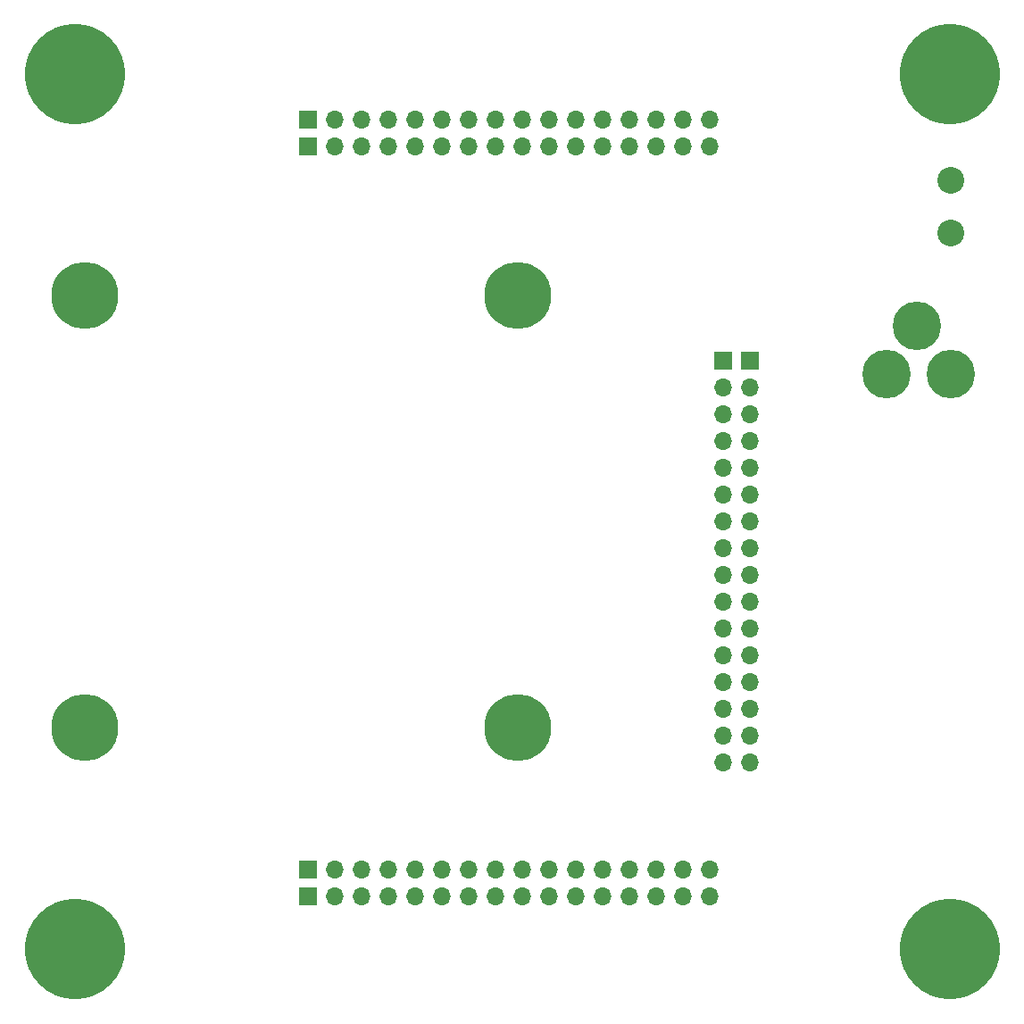
<source format=gbr>
G04 #@! TF.FileFunction,Soldermask,Bot*
%FSLAX46Y46*%
G04 Gerber Fmt 4.6, Leading zero omitted, Abs format (unit mm)*
G04 Created by KiCad (PCBNEW 4.0.1-stable) date 1/2/2017 4:04:01 PM*
%MOMM*%
G01*
G04 APERTURE LIST*
%ADD10C,0.150000*%
%ADD11C,9.525000*%
%ADD12C,6.350000*%
%ADD13R,1.700000X1.700000*%
%ADD14O,1.700000X1.700000*%
%ADD15C,4.600000*%
%ADD16C,2.540000*%
G04 APERTURE END LIST*
D10*
D11*
X16000000Y-16000000D03*
X99000000Y-16000000D03*
X16000000Y-99000000D03*
X99000000Y-99000000D03*
D12*
X17000000Y-37000000D03*
X58000000Y-37000000D03*
X17000000Y-78000000D03*
X58000000Y-78000000D03*
D13*
X38100000Y-22860000D03*
D14*
X40640000Y-22860000D03*
X43180000Y-22860000D03*
X45720000Y-22860000D03*
X48260000Y-22860000D03*
X50800000Y-22860000D03*
X53340000Y-22860000D03*
X55880000Y-22860000D03*
X58420000Y-22860000D03*
X60960000Y-22860000D03*
X63500000Y-22860000D03*
X66040000Y-22860000D03*
X68580000Y-22860000D03*
X71120000Y-22860000D03*
X73660000Y-22860000D03*
X76200000Y-22860000D03*
D13*
X38100000Y-20320000D03*
D14*
X40640000Y-20320000D03*
X43180000Y-20320000D03*
X45720000Y-20320000D03*
X48260000Y-20320000D03*
X50800000Y-20320000D03*
X53340000Y-20320000D03*
X55880000Y-20320000D03*
X58420000Y-20320000D03*
X60960000Y-20320000D03*
X63500000Y-20320000D03*
X66040000Y-20320000D03*
X68580000Y-20320000D03*
X71120000Y-20320000D03*
X73660000Y-20320000D03*
X76200000Y-20320000D03*
D13*
X38100000Y-91440000D03*
D14*
X40640000Y-91440000D03*
X43180000Y-91440000D03*
X45720000Y-91440000D03*
X48260000Y-91440000D03*
X50800000Y-91440000D03*
X53340000Y-91440000D03*
X55880000Y-91440000D03*
X58420000Y-91440000D03*
X60960000Y-91440000D03*
X63500000Y-91440000D03*
X66040000Y-91440000D03*
X68580000Y-91440000D03*
X71120000Y-91440000D03*
X73660000Y-91440000D03*
X76200000Y-91440000D03*
D13*
X38100000Y-93980000D03*
D14*
X40640000Y-93980000D03*
X43180000Y-93980000D03*
X45720000Y-93980000D03*
X48260000Y-93980000D03*
X50800000Y-93980000D03*
X53340000Y-93980000D03*
X55880000Y-93980000D03*
X58420000Y-93980000D03*
X60960000Y-93980000D03*
X63500000Y-93980000D03*
X66040000Y-93980000D03*
X68580000Y-93980000D03*
X71120000Y-93980000D03*
X73660000Y-93980000D03*
X76200000Y-93980000D03*
D13*
X77470000Y-43180000D03*
D14*
X77470000Y-45720000D03*
X77470000Y-48260000D03*
X77470000Y-50800000D03*
X77470000Y-53340000D03*
X77470000Y-55880000D03*
X77470000Y-58420000D03*
X77470000Y-60960000D03*
X77470000Y-63500000D03*
X77470000Y-66040000D03*
X77470000Y-68580000D03*
X77470000Y-71120000D03*
X77470000Y-73660000D03*
X77470000Y-76200000D03*
X77470000Y-78740000D03*
X77470000Y-81280000D03*
D13*
X80010000Y-43180000D03*
D14*
X80010000Y-45720000D03*
X80010000Y-48260000D03*
X80010000Y-50800000D03*
X80010000Y-53340000D03*
X80010000Y-55880000D03*
X80010000Y-58420000D03*
X80010000Y-60960000D03*
X80010000Y-63500000D03*
X80010000Y-66040000D03*
X80010000Y-68580000D03*
X80010000Y-71120000D03*
X80010000Y-73660000D03*
X80010000Y-76200000D03*
X80010000Y-78740000D03*
X80010000Y-81280000D03*
D15*
X99060000Y-44450000D03*
X92960000Y-44450000D03*
X95860000Y-39850000D03*
D16*
X99060000Y-26035000D03*
X99060000Y-31035000D03*
M02*

</source>
